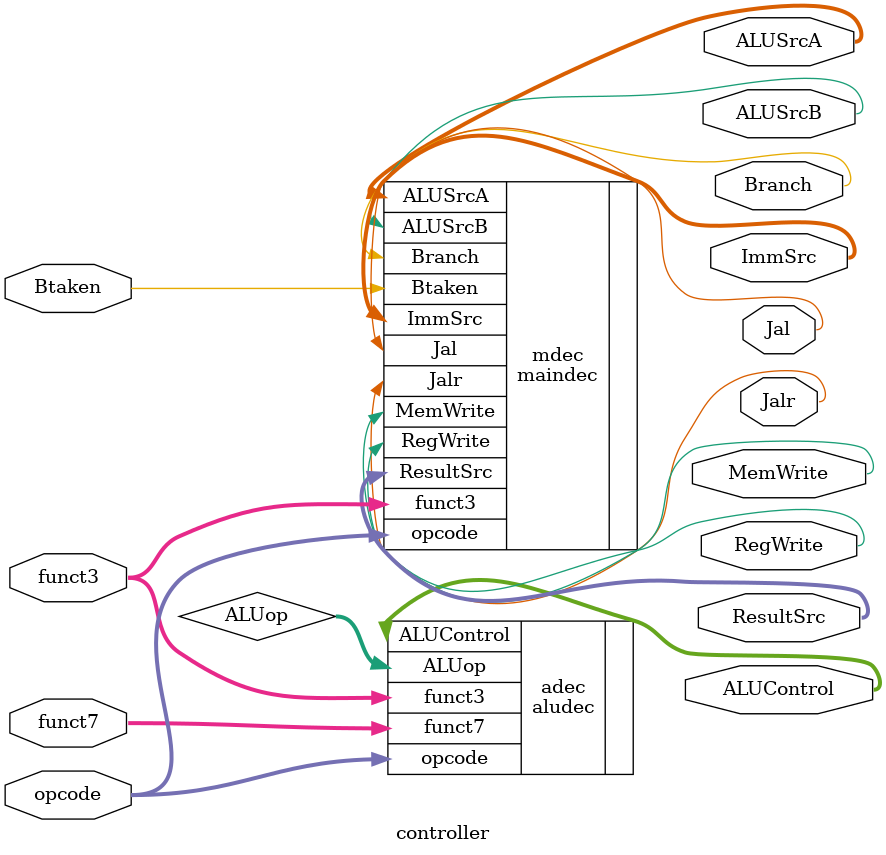
<source format=sv>
/*module controller(
    
    opcode,
    funct3,
    funct7,
    PCSrc,
    ResultSrc,
    MemWrite,
    ALUSrcA,
    ALUSrcB,
    ImmSrc,
    Branch,
    Btaken,
    RegWrite,
    ALUControl,
    Jump
);
    // input
    
    input Btaken;
    input [6:0] opcode;
    input [2:0] funct3;
    input funct7;
    // output
    output [1:0] PCSrc;
    output MemWrite, ALUSrcB, RegWrite, Jump, Branch;
    output [1:0] ResultSrc, ALUSrcA;
    output [2:0] ImmSrc;
    output [4:0] ALUControl;

    wire [1:0] ALUop;

    // maindec 인스턴스
    maindec mdec(
        
        .funct3(funct3),
        .opcode(opcode),
        .PCSrc(PCSrc),
        .Btaken(Btaken),
        .Branch(Branch),
        .ResultSrc(ResultSrc),
        .MemWrite(MemWrite),
        .ALUSrcA(ALUSrcA),
        .ALUSrcB(ALUSrcB),
        .ImmSrc(ImmSrc),
        .RegWrite(RegWrite),
        .Jump(Jump),
        .ALUop(ALUop)
    );
    
    // aludec 인스턴스
    aludec adec(
        .opcode(opcode),
        .funct3(funct3),
        .funct7(funct7),
        .ALUop(ALUop),
        .ALUControl(ALUControl)
    );

endmodule*/
module controller(
    input [6:0] opcode,          // 명령어의 opcode 필드
    input [2:0] funct3,          // 명령어의 funct3 필드
    input [6:0] funct7,                // 명령어의 funct7 필드
    input Btaken,                // 브랜치 성공 여부
    output MemWrite,             // 메모리 쓰기 신호
    output ALUSrcB,              // ALU B 입력 제어
    output RegWrite,             // 레지스터 쓰기 신호
    output Branch,               // 브랜치 신호
    output Jal,                  // JAL 명령어 신호
    output Jalr,                 // JALR 명령어 신호
    output [1:0] ResultSrc,      // 결과 소스 제어
    output [1:0] ALUSrcA,        // ALU A 입력 제어
    output [2:0] ImmSrc,         // Immediate 소스 제어
    output [4:0] ALUControl      // ALU 제어 신호
);

    wire [1:0] ALUop;            // ALU Operation 신호 (maindec에서 제공)

    // maindec 인스턴스
    maindec mdec(
        .opcode(opcode),         // Opcode 입력
        .funct3(funct3),         // Funct3 입력
        .Btaken(Btaken),         // 브랜치 성공 여부
        .Branch(Branch),         // 브랜치 신호 출력
        .Jal(Jal),               // JAL 신호 출력
        .Jalr(Jalr),             // JALR 신호 출력
        .ResultSrc(ResultSrc),   // 결과 소스 제어 신호 출력
        .MemWrite(MemWrite),     // 메모리 쓰기 신호 출력
        .ALUSrcA(ALUSrcA),       // ALU A 입력 제어 신호 출력
        .ALUSrcB(ALUSrcB),       // ALU B 입력 제어 신호 출력
        .ImmSrc(ImmSrc),         // Immediate 소스 제어 신호 출력
        .RegWrite(RegWrite)      // 레지스터 쓰기 신호 출력
    );
    
    // aludec 인스턴스
    aludec adec(
        .opcode(opcode),         // Opcode 입력
        .funct3(funct3),         // Funct3 입력
        .funct7(funct7),         // Funct7 입력
        .ALUop(ALUop),           // ALU Operation 신호 입력
        .ALUControl(ALUControl)  // ALU 제어 신호 출력
    );

endmodule


</source>
